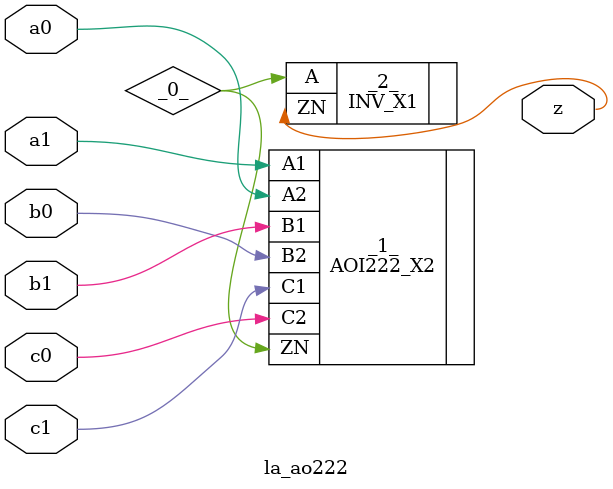
<source format=v>
/* Generated by Yosys 0.37 (git sha1 a5c7f69ed, clang 14.0.0-1ubuntu1.1 -fPIC -Os) */

module la_ao222(a0, a1, b0, b1, c0, c1, z);
  wire _0_;
  input a0;
  wire a0;
  input a1;
  wire a1;
  input b0;
  wire b0;
  input b1;
  wire b1;
  input c0;
  wire c0;
  input c1;
  wire c1;
  output z;
  wire z;
  AOI222_X2 _1_ (
    .A1(a1),
    .A2(a0),
    .B1(b1),
    .B2(b0),
    .C1(c1),
    .C2(c0),
    .ZN(_0_)
  );
  INV_X1 _2_ (
    .A(_0_),
    .ZN(z)
  );
endmodule

</source>
